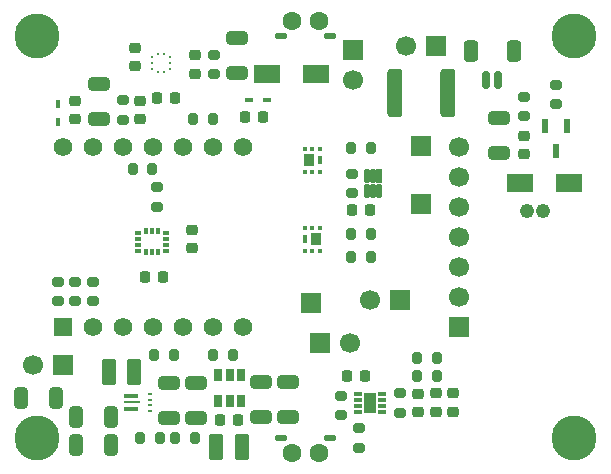
<source format=gbr>
%TF.GenerationSoftware,KiCad,Pcbnew,9.0.3*%
%TF.CreationDate,2025-07-21T16:47:40+08:00*%
%TF.ProjectId,pcb_all,7063625f-616c-46c2-9e6b-696361645f70,1*%
%TF.SameCoordinates,Original*%
%TF.FileFunction,Soldermask,Top*%
%TF.FilePolarity,Negative*%
%FSLAX46Y46*%
G04 Gerber Fmt 4.6, Leading zero omitted, Abs format (unit mm)*
G04 Created by KiCad (PCBNEW 9.0.3) date 2025-07-21 16:47:40*
%MOMM*%
%LPD*%
G01*
G04 APERTURE LIST*
G04 Aperture macros list*
%AMRoundRect*
0 Rectangle with rounded corners*
0 $1 Rounding radius*
0 $2 $3 $4 $5 $6 $7 $8 $9 X,Y pos of 4 corners*
0 Add a 4 corners polygon primitive as box body*
4,1,4,$2,$3,$4,$5,$6,$7,$8,$9,$2,$3,0*
0 Add four circle primitives for the rounded corners*
1,1,$1+$1,$2,$3*
1,1,$1+$1,$4,$5*
1,1,$1+$1,$6,$7*
1,1,$1+$1,$8,$9*
0 Add four rect primitives between the rounded corners*
20,1,$1+$1,$2,$3,$4,$5,0*
20,1,$1+$1,$4,$5,$6,$7,0*
20,1,$1+$1,$6,$7,$8,$9,0*
20,1,$1+$1,$8,$9,$2,$3,0*%
G04 Aperture macros list end*
%ADD10RoundRect,0.250000X0.325000X0.650000X-0.325000X0.650000X-0.325000X-0.650000X0.325000X-0.650000X0*%
%ADD11RoundRect,0.225000X-0.225000X-0.250000X0.225000X-0.250000X0.225000X0.250000X-0.225000X0.250000X0*%
%ADD12R,1.700000X1.700000*%
%ADD13C,1.700000*%
%ADD14RoundRect,0.200000X-0.200000X-0.275000X0.200000X-0.275000X0.200000X0.275000X-0.200000X0.275000X0*%
%ADD15RoundRect,0.250000X-0.650000X0.325000X-0.650000X-0.325000X0.650000X-0.325000X0.650000X0.325000X0*%
%ADD16RoundRect,0.250000X0.650000X-0.325000X0.650000X0.325000X-0.650000X0.325000X-0.650000X-0.325000X0*%
%ADD17C,1.600000*%
%ADD18RoundRect,0.075000X0.425000X-0.175000X0.425000X0.175000X-0.425000X0.175000X-0.425000X-0.175000X0*%
%ADD19RoundRect,0.225000X0.225000X0.250000X-0.225000X0.250000X-0.225000X-0.250000X0.225000X-0.250000X0*%
%ADD20RoundRect,0.218750X0.256250X-0.218750X0.256250X0.218750X-0.256250X0.218750X-0.256250X-0.218750X0*%
%ADD21RoundRect,0.200000X0.275000X-0.200000X0.275000X0.200000X-0.275000X0.200000X-0.275000X-0.200000X0*%
%ADD22RoundRect,0.150000X-0.150000X-0.625000X0.150000X-0.625000X0.150000X0.625000X-0.150000X0.625000X0*%
%ADD23RoundRect,0.250000X-0.350000X-0.650000X0.350000X-0.650000X0.350000X0.650000X-0.350000X0.650000X0*%
%ADD24RoundRect,0.225000X0.250000X-0.225000X0.250000X0.225000X-0.250000X0.225000X-0.250000X-0.225000X0*%
%ADD25RoundRect,0.225000X-0.250000X0.225000X-0.250000X-0.225000X0.250000X-0.225000X0.250000X0.225000X0*%
%ADD26C,3.800000*%
%ADD27RoundRect,0.190500X0.444500X-1.809500X0.444500X1.809500X-0.444500X1.809500X-0.444500X-1.809500X0*%
%ADD28RoundRect,0.200000X-0.275000X0.200000X-0.275000X-0.200000X0.275000X-0.200000X0.275000X0.200000X0*%
%ADD29RoundRect,0.200000X0.200000X0.275000X-0.200000X0.275000X-0.200000X-0.275000X0.200000X-0.275000X0*%
%ADD30RoundRect,0.075000X-0.425000X0.175000X-0.425000X-0.175000X0.425000X-0.175000X0.425000X0.175000X0*%
%ADD31R,2.200000X1.550000*%
%ADD32R,0.250000X0.275000*%
%ADD33R,0.275000X0.250000*%
%ADD34R,0.300000X0.750000*%
%ADD35R,0.300000X0.450000*%
%ADD36R,0.950000X1.000000*%
%ADD37RoundRect,0.059250X-0.177750X0.552750X-0.177750X-0.552750X0.177750X-0.552750X0.177750X0.552750X0*%
%ADD38RoundRect,0.059250X-0.177750X0.512750X-0.177750X-0.512750X0.177750X-0.512750X0.177750X0.512750X0*%
%ADD39R,0.640000X0.420000*%
%ADD40RoundRect,0.250000X0.375000X0.850000X-0.375000X0.850000X-0.375000X-0.850000X0.375000X-0.850000X0*%
%ADD41R,0.600000X1.300000*%
%ADD42C,1.212000*%
%ADD43R,0.420000X0.640000*%
%ADD44R,1.150000X0.350000*%
%ADD45R,1.450000X0.200000*%
%ADD46R,0.450000X0.250000*%
%ADD47RoundRect,0.102000X0.679000X-0.679000X0.679000X0.679000X-0.679000X0.679000X-0.679000X-0.679000X0*%
%ADD48C,1.562000*%
%ADD49R,0.700000X1.000000*%
%ADD50R,0.575000X0.350000*%
%ADD51R,0.350000X0.575000*%
%ADD52R,0.700000X0.300000*%
%ADD53R,1.000000X1.700000*%
%ADD54RoundRect,0.250000X-0.375000X-0.850000X0.375000X-0.850000X0.375000X0.850000X-0.375000X0.850000X0*%
G04 APERTURE END LIST*
D10*
%TO.C,C11*%
X151075001Y-116000000D03*
X148124999Y-116000000D03*
%TD*%
D11*
%TO.C,C19*%
X153988000Y-104188000D03*
X155538000Y-104188000D03*
%TD*%
D12*
%TO.C,TP1*%
X178600000Y-84600000D03*
D13*
X176060000Y-84600000D03*
%TD*%
D14*
%TO.C,R1*%
X153575000Y-117800000D03*
X155225000Y-117800000D03*
%TD*%
D15*
%TO.C,C8*%
X163850000Y-113075000D03*
X163850000Y-116025000D03*
%TD*%
D16*
%TO.C,C9*%
X150099999Y-90775001D03*
X150099999Y-87824999D03*
%TD*%
D17*
%TO.C,SW2*%
X166450000Y-82500000D03*
X168750000Y-82500000D03*
D18*
X165550000Y-83800000D03*
X169650000Y-83800000D03*
%TD*%
D19*
%TO.C,C14*%
X163975000Y-90600000D03*
X162425000Y-90600000D03*
%TD*%
D20*
%TO.C,D3*%
X180100000Y-115612500D03*
X180100000Y-114037500D03*
%TD*%
D21*
%TO.C,R6*%
X171525087Y-97074912D03*
X171525087Y-95424912D03*
%TD*%
D22*
%TO.C,BT1*%
X182900000Y-87525000D03*
X183900000Y-87525000D03*
D23*
X181600000Y-85000000D03*
X185200000Y-85000000D03*
%TD*%
D24*
%TO.C,C7*%
X148100001Y-90825000D03*
X148100001Y-89275000D03*
%TD*%
D20*
%TO.C,D4*%
X178600000Y-115612500D03*
X178600000Y-114037500D03*
%TD*%
D25*
%TO.C,C5*%
X177100000Y-114050000D03*
X177100000Y-115600000D03*
%TD*%
D14*
%TO.C,R3*%
X171450087Y-100499913D03*
X173100087Y-100499913D03*
%TD*%
D10*
%TO.C,C13*%
X151075001Y-118400000D03*
X148124999Y-118400000D03*
%TD*%
D26*
%TO.C,H4*%
X190349999Y-117800000D03*
%TD*%
D24*
%TO.C,C17*%
X186050001Y-93755750D03*
X186050001Y-92205750D03*
%TD*%
D27*
%TO.C,SW1*%
X175200000Y-88600000D03*
X179650000Y-88600000D03*
%TD*%
D15*
%TO.C,C10*%
X166100000Y-113075000D03*
X166100000Y-116025000D03*
%TD*%
D14*
%TO.C,R10*%
X177025000Y-112575000D03*
X178675000Y-112575000D03*
%TD*%
D28*
%TO.C,R16*%
X146600000Y-104575000D03*
X146600000Y-106225000D03*
%TD*%
D21*
%TO.C,R11*%
X152100000Y-90875000D03*
X152100000Y-89225000D03*
%TD*%
D29*
%TO.C,R2*%
X161425000Y-110800000D03*
X159775000Y-110800000D03*
%TD*%
D21*
%TO.C,R19*%
X148100000Y-106225000D03*
X148100000Y-104575000D03*
%TD*%
D17*
%TO.C,SW3*%
X168750000Y-119100000D03*
X166450000Y-119100000D03*
D30*
X169650000Y-117800000D03*
X165550000Y-117800000D03*
%TD*%
D28*
%TO.C,R12*%
X172100000Y-116975000D03*
X172100000Y-118625000D03*
%TD*%
D12*
%TO.C,J1*%
X171600000Y-84925000D03*
D13*
X171600000Y-87465000D03*
%TD*%
D15*
%TO.C,C4*%
X158350000Y-113125000D03*
X158350000Y-116075000D03*
%TD*%
D16*
%TO.C,C1*%
X156000000Y-116075001D03*
X156000000Y-113124999D03*
%TD*%
D28*
%TO.C,R13*%
X170600000Y-114225000D03*
X170600000Y-115875000D03*
%TD*%
D31*
%TO.C,D7*%
X185750000Y-96200000D03*
X189850000Y-96200000D03*
%TD*%
D32*
%TO.C,IC5*%
X155118501Y-86844499D03*
X155618501Y-86844499D03*
D33*
X156130501Y-86581499D03*
X156130500Y-86081499D03*
X156130501Y-85581499D03*
D32*
X155618501Y-85318499D03*
X155118501Y-85318499D03*
D33*
X154606501Y-85581499D03*
X154606502Y-86081499D03*
X154606501Y-86581499D03*
%TD*%
D28*
%TO.C,R22*%
X155013000Y-96575000D03*
X155013000Y-98225000D03*
%TD*%
D12*
%TO.C,TP5*%
X177325087Y-93124912D03*
%TD*%
%TO.C,TP6*%
X175600087Y-106124912D03*
D13*
X173060087Y-106124912D03*
%TD*%
D31*
%TO.C,D10*%
X164350000Y-87000000D03*
X168450000Y-87000000D03*
%TD*%
D34*
%TO.C,Q2*%
X168825087Y-94274911D03*
D35*
X168825087Y-93299911D03*
X167525087Y-95249911D03*
X168175087Y-95249911D03*
D36*
X167850087Y-94274911D03*
D35*
X167525087Y-93299911D03*
X168175087Y-93299911D03*
X168825087Y-95249911D03*
%TD*%
D37*
%TO.C,U1*%
X173775086Y-95659912D03*
D38*
X173275087Y-95619912D03*
X172775087Y-95619912D03*
X172775087Y-96879912D03*
X173275087Y-96879912D03*
X173775087Y-96879912D03*
%TD*%
D10*
%TO.C,C3*%
X146475001Y-114400000D03*
X143524999Y-114400000D03*
%TD*%
D39*
%TO.C,D5*%
X164300000Y-89200000D03*
X162800000Y-89200000D03*
%TD*%
D20*
%TO.C,D6*%
X158200000Y-86987501D03*
X158200000Y-85412499D03*
%TD*%
D16*
%TO.C,C16*%
X161800000Y-86875001D03*
X161800000Y-83924999D03*
%TD*%
D40*
%TO.C,L1*%
X153075000Y-112200000D03*
X150925000Y-112200000D03*
%TD*%
D12*
%TO.C,TP4*%
X168027208Y-106375619D03*
%TD*%
D29*
%TO.C,R7*%
X173100087Y-93249911D03*
X171450087Y-93249911D03*
%TD*%
D41*
%TO.C,Q3*%
X189750000Y-91380750D03*
X187850000Y-91380750D03*
X188800000Y-93480750D03*
%TD*%
D42*
%TO.C,B1*%
X187650000Y-98625000D03*
X186350000Y-98625000D03*
%TD*%
D43*
%TO.C,D1*%
X146600000Y-91050000D03*
X146600000Y-89550000D03*
%TD*%
D24*
%TO.C,C22*%
X158013000Y-101713000D03*
X158013000Y-100163000D03*
%TD*%
D26*
%TO.C,H1*%
X144849999Y-83800000D03*
%TD*%
D44*
%TO.C,PS1*%
X152775000Y-114250000D03*
D45*
X152925000Y-114800000D03*
D44*
X152775000Y-115350000D03*
D46*
X154375000Y-115550000D03*
X154375000Y-115050000D03*
X154375000Y-114550000D03*
X154375000Y-114050000D03*
%TD*%
D28*
%TO.C,R14*%
X175600000Y-114000000D03*
X175600000Y-115650000D03*
%TD*%
D47*
%TO.C,U2*%
X147043500Y-108420000D03*
D48*
X149583500Y-108420000D03*
X152123500Y-108420000D03*
X154663500Y-108420000D03*
X157203500Y-108420000D03*
X159743500Y-108420000D03*
X162283500Y-108420000D03*
X162283500Y-93180000D03*
X159743500Y-93180000D03*
X157203500Y-93180000D03*
X154663500Y-93180000D03*
X152123500Y-93180000D03*
X149583500Y-93180000D03*
X147043500Y-93180000D03*
%TD*%
D14*
%TO.C,R15*%
X152975000Y-95000000D03*
X154625000Y-95000000D03*
%TD*%
D11*
%TO.C,C18*%
X155025000Y-89062250D03*
X156575000Y-89062250D03*
%TD*%
D19*
%TO.C,C6*%
X161875000Y-116300000D03*
X160325000Y-116300000D03*
%TD*%
D28*
%TO.C,R21*%
X188800000Y-87905750D03*
X188800000Y-89555750D03*
%TD*%
D49*
%TO.C,IC2*%
X162100000Y-112451000D03*
X161150000Y-112451000D03*
X160200000Y-112451000D03*
X160200000Y-114649000D03*
X161150000Y-114649000D03*
X162100000Y-114649000D03*
%TD*%
D19*
%TO.C,C2*%
X173050087Y-98499912D03*
X171500087Y-98499912D03*
%TD*%
D50*
%TO.C,IC6*%
X153437000Y-100438000D03*
X153437000Y-100938000D03*
X153437000Y-101438000D03*
X153437000Y-101938000D03*
D51*
X154100000Y-102100000D03*
X154600000Y-102100000D03*
X155100000Y-102100000D03*
D50*
X155763000Y-101938000D03*
X155763000Y-101438000D03*
X155763000Y-100938000D03*
X155763000Y-100438000D03*
D51*
X155100000Y-100276000D03*
X154600000Y-100276000D03*
X154100000Y-100276000D03*
%TD*%
D26*
%TO.C,H3*%
X144849999Y-117800000D03*
%TD*%
D29*
%TO.C,R23*%
X159739000Y-90800000D03*
X158089000Y-90800000D03*
%TD*%
D34*
%TO.C,Q1*%
X167525087Y-100974912D03*
D35*
X167525087Y-101949912D03*
X168825087Y-99999912D03*
X168175087Y-99999912D03*
D36*
X168500087Y-100974912D03*
D35*
X168825087Y-101949912D03*
X168175087Y-101949912D03*
X167525087Y-99999912D03*
%TD*%
D52*
%TO.C,IC3*%
X172000000Y-114075000D03*
X172000000Y-114575000D03*
X172000000Y-115075000D03*
X172000000Y-115575000D03*
X174100000Y-115575000D03*
X174100000Y-115075000D03*
X174100000Y-114575000D03*
X174100000Y-114075000D03*
D53*
X173050000Y-114825000D03*
%TD*%
D11*
%TO.C,C12*%
X171075000Y-112575000D03*
X172625000Y-112575000D03*
%TD*%
D14*
%TO.C,R9*%
X177025000Y-111075000D03*
X178675000Y-111075000D03*
%TD*%
D24*
%TO.C,C21*%
X153118500Y-86313771D03*
X153118500Y-84763771D03*
%TD*%
D14*
%TO.C,R5*%
X156575000Y-117800000D03*
X158225000Y-117800000D03*
%TD*%
D12*
%TO.C,TP7*%
X168825000Y-109800000D03*
D13*
X171365000Y-109800000D03*
%TD*%
D28*
%TO.C,R18*%
X149600000Y-104575000D03*
X149600000Y-106225000D03*
%TD*%
D12*
%TO.C,TP2*%
X177325087Y-97999912D03*
%TD*%
D26*
%TO.C,H2*%
X190349999Y-83800000D03*
%TD*%
D20*
%TO.C,D2*%
X153599999Y-90837501D03*
X153599999Y-89262499D03*
%TD*%
D28*
%TO.C,R20*%
X186050001Y-88905750D03*
X186050001Y-90555750D03*
%TD*%
D29*
%TO.C,R8*%
X173100087Y-102499912D03*
X171450087Y-102499912D03*
%TD*%
D16*
%TO.C,C20*%
X184000000Y-93705749D03*
X184000000Y-90755749D03*
%TD*%
D54*
%TO.C,L2*%
X160025000Y-118550000D03*
X162175000Y-118550000D03*
%TD*%
D12*
%TO.C,TP8*%
X147075000Y-111600000D03*
D13*
X144535000Y-111600000D03*
%TD*%
D14*
%TO.C,R4*%
X154775000Y-110800000D03*
X156425000Y-110800000D03*
%TD*%
D21*
%TO.C,R17*%
X159800000Y-87025000D03*
X159800000Y-85375000D03*
%TD*%
D12*
%TO.C,J2*%
X180600000Y-108420000D03*
D13*
X180600000Y-105880000D03*
X180600000Y-103340000D03*
X180600000Y-100800000D03*
X180600000Y-98260000D03*
X180600000Y-95720000D03*
X180600000Y-93180000D03*
%TD*%
M02*

</source>
